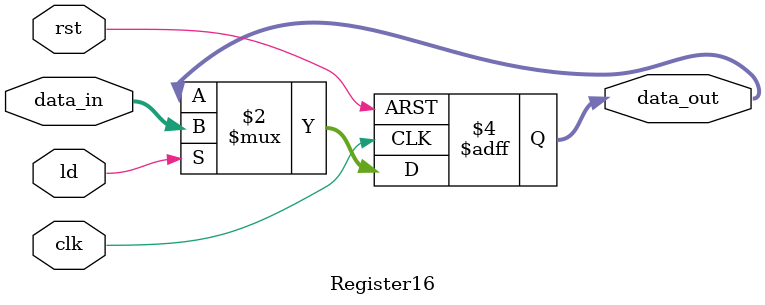
<source format=v>
module Register16(
  input clk,
  input rst,
  input [15:0] data_in,
  input ld,
  
  output reg [15:0] data_out
);

  always@(posedge clk,posedge rst) begin
    if (rst)
      data_out <= 16'd0;
    else if(ld)
      data_out <= data_in;
  end
  endmodule
</source>
